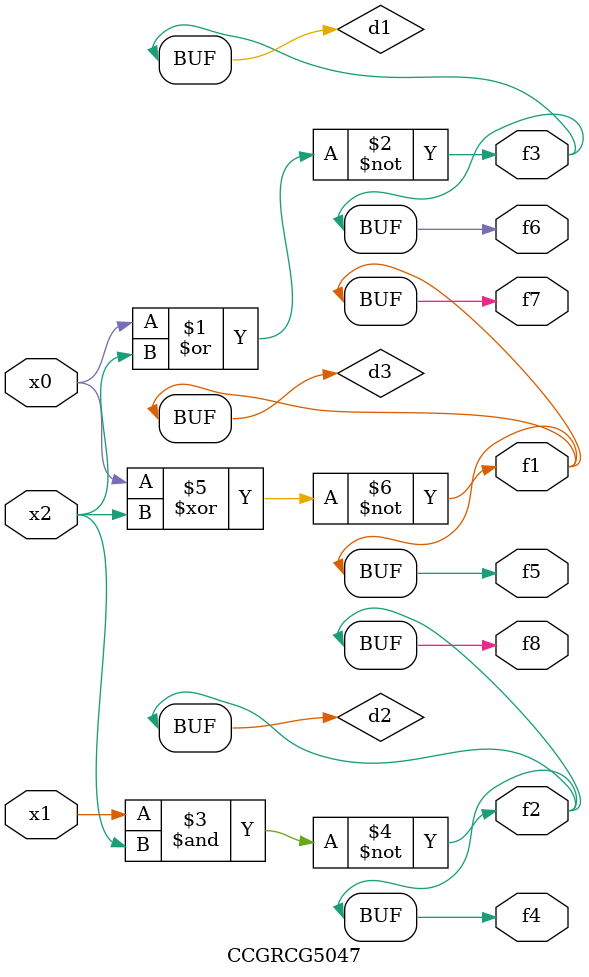
<source format=v>
module CCGRCG5047(
	input x0, x1, x2,
	output f1, f2, f3, f4, f5, f6, f7, f8
);

	wire d1, d2, d3;

	nor (d1, x0, x2);
	nand (d2, x1, x2);
	xnor (d3, x0, x2);
	assign f1 = d3;
	assign f2 = d2;
	assign f3 = d1;
	assign f4 = d2;
	assign f5 = d3;
	assign f6 = d1;
	assign f7 = d3;
	assign f8 = d2;
endmodule

</source>
